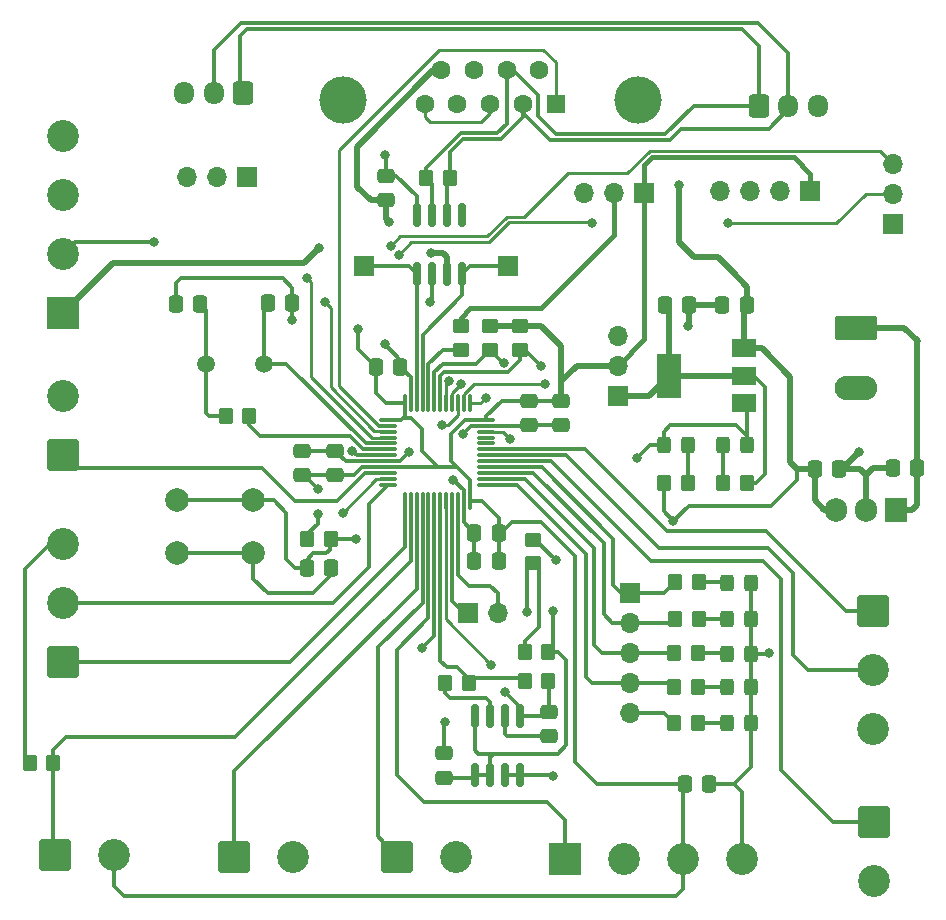
<source format=gbr>
%TF.GenerationSoftware,KiCad,Pcbnew,7.0.10-7.0.10~ubuntu20.04.1*%
%TF.CreationDate,2024-02-13T16:06:04+05:30*%
%TF.ProjectId,VCU,5643552e-6b69-4636-9164-5f7063625858,rev?*%
%TF.SameCoordinates,Original*%
%TF.FileFunction,Copper,L1,Top*%
%TF.FilePolarity,Positive*%
%FSLAX46Y46*%
G04 Gerber Fmt 4.6, Leading zero omitted, Abs format (unit mm)*
G04 Created by KiCad (PCBNEW 7.0.10-7.0.10~ubuntu20.04.1) date 2024-02-13 16:06:04*
%MOMM*%
%LPD*%
G01*
G04 APERTURE LIST*
G04 Aperture macros list*
%AMRoundRect*
0 Rectangle with rounded corners*
0 $1 Rounding radius*
0 $2 $3 $4 $5 $6 $7 $8 $9 X,Y pos of 4 corners*
0 Add a 4 corners polygon primitive as box body*
4,1,4,$2,$3,$4,$5,$6,$7,$8,$9,$2,$3,0*
0 Add four circle primitives for the rounded corners*
1,1,$1+$1,$2,$3*
1,1,$1+$1,$4,$5*
1,1,$1+$1,$6,$7*
1,1,$1+$1,$8,$9*
0 Add four rect primitives between the rounded corners*
20,1,$1+$1,$2,$3,$4,$5,0*
20,1,$1+$1,$4,$5,$6,$7,0*
20,1,$1+$1,$6,$7,$8,$9,0*
20,1,$1+$1,$8,$9,$2,$3,0*%
G04 Aperture macros list end*
%TA.AperFunction,SMDPad,CuDef*%
%ADD10RoundRect,0.250000X0.337500X0.475000X-0.337500X0.475000X-0.337500X-0.475000X0.337500X-0.475000X0*%
%TD*%
%TA.AperFunction,SMDPad,CuDef*%
%ADD11RoundRect,0.250000X-0.337500X-0.475000X0.337500X-0.475000X0.337500X0.475000X-0.337500X0.475000X0*%
%TD*%
%TA.AperFunction,ComponentPad*%
%ADD12R,1.700000X1.700000*%
%TD*%
%TA.AperFunction,ComponentPad*%
%ADD13O,1.700000X1.700000*%
%TD*%
%TA.AperFunction,SMDPad,CuDef*%
%ADD14RoundRect,0.250000X0.350000X0.450000X-0.350000X0.450000X-0.350000X-0.450000X0.350000X-0.450000X0*%
%TD*%
%TA.AperFunction,SMDPad,CuDef*%
%ADD15RoundRect,0.250000X0.475000X-0.337500X0.475000X0.337500X-0.475000X0.337500X-0.475000X-0.337500X0*%
%TD*%
%TA.AperFunction,SMDPad,CuDef*%
%ADD16RoundRect,0.250000X0.450000X-0.350000X0.450000X0.350000X-0.450000X0.350000X-0.450000X-0.350000X0*%
%TD*%
%TA.AperFunction,SMDPad,CuDef*%
%ADD17RoundRect,0.250000X-0.350000X-0.450000X0.350000X-0.450000X0.350000X0.450000X-0.350000X0.450000X0*%
%TD*%
%TA.AperFunction,ComponentPad*%
%ADD18RoundRect,0.250001X-1.099999X-1.099999X1.099999X-1.099999X1.099999X1.099999X-1.099999X1.099999X0*%
%TD*%
%TA.AperFunction,ComponentPad*%
%ADD19C,2.700000*%
%TD*%
%TA.AperFunction,ComponentPad*%
%ADD20RoundRect,0.250000X-0.600000X-0.725000X0.600000X-0.725000X0.600000X0.725000X-0.600000X0.725000X0*%
%TD*%
%TA.AperFunction,ComponentPad*%
%ADD21O,1.700000X1.950000*%
%TD*%
%TA.AperFunction,ComponentPad*%
%ADD22RoundRect,0.250001X1.099999X-1.099999X1.099999X1.099999X-1.099999X1.099999X-1.099999X-1.099999X0*%
%TD*%
%TA.AperFunction,SMDPad,CuDef*%
%ADD23R,2.000000X1.500000*%
%TD*%
%TA.AperFunction,SMDPad,CuDef*%
%ADD24R,2.000000X3.800000*%
%TD*%
%TA.AperFunction,SMDPad,CuDef*%
%ADD25RoundRect,0.250000X0.325000X0.450000X-0.325000X0.450000X-0.325000X-0.450000X0.325000X-0.450000X0*%
%TD*%
%TA.AperFunction,ComponentPad*%
%ADD26RoundRect,0.250001X-1.099999X1.099999X-1.099999X-1.099999X1.099999X-1.099999X1.099999X1.099999X0*%
%TD*%
%TA.AperFunction,SMDPad,CuDef*%
%ADD27RoundRect,0.150000X0.150000X-0.825000X0.150000X0.825000X-0.150000X0.825000X-0.150000X-0.825000X0*%
%TD*%
%TA.AperFunction,ComponentPad*%
%ADD28R,1.905000X2.000000*%
%TD*%
%TA.AperFunction,ComponentPad*%
%ADD29O,1.905000X2.000000*%
%TD*%
%TA.AperFunction,ComponentPad*%
%ADD30RoundRect,0.250000X0.600000X0.725000X-0.600000X0.725000X-0.600000X-0.725000X0.600000X-0.725000X0*%
%TD*%
%TA.AperFunction,SMDPad,CuDef*%
%ADD31RoundRect,0.075000X-0.662500X-0.075000X0.662500X-0.075000X0.662500X0.075000X-0.662500X0.075000X0*%
%TD*%
%TA.AperFunction,SMDPad,CuDef*%
%ADD32RoundRect,0.075000X-0.075000X-0.662500X0.075000X-0.662500X0.075000X0.662500X-0.075000X0.662500X0*%
%TD*%
%TA.AperFunction,ComponentPad*%
%ADD33C,2.000000*%
%TD*%
%TA.AperFunction,ComponentPad*%
%ADD34R,2.700000X2.700000*%
%TD*%
%TA.AperFunction,SMDPad,CuDef*%
%ADD35RoundRect,0.250000X-0.475000X0.337500X-0.475000X-0.337500X0.475000X-0.337500X0.475000X0.337500X0*%
%TD*%
%TA.AperFunction,SMDPad,CuDef*%
%ADD36RoundRect,0.250000X-0.450000X0.350000X-0.450000X-0.350000X0.450000X-0.350000X0.450000X0.350000X0*%
%TD*%
%TA.AperFunction,SMDPad,CuDef*%
%ADD37RoundRect,0.250000X-0.325000X-0.450000X0.325000X-0.450000X0.325000X0.450000X-0.325000X0.450000X0*%
%TD*%
%TA.AperFunction,ComponentPad*%
%ADD38C,4.000000*%
%TD*%
%TA.AperFunction,ComponentPad*%
%ADD39R,1.600000X1.600000*%
%TD*%
%TA.AperFunction,ComponentPad*%
%ADD40C,1.600000*%
%TD*%
%TA.AperFunction,ComponentPad*%
%ADD41RoundRect,0.249999X-1.550001X0.790001X-1.550001X-0.790001X1.550001X-0.790001X1.550001X0.790001X0*%
%TD*%
%TA.AperFunction,ComponentPad*%
%ADD42O,3.600000X2.080000*%
%TD*%
%TA.AperFunction,ComponentPad*%
%ADD43C,1.500000*%
%TD*%
%TA.AperFunction,ViaPad*%
%ADD44C,0.800000*%
%TD*%
%TA.AperFunction,Conductor*%
%ADD45C,0.300000*%
%TD*%
%TA.AperFunction,Conductor*%
%ADD46C,0.500000*%
%TD*%
%TA.AperFunction,Conductor*%
%ADD47C,0.250000*%
%TD*%
%TA.AperFunction,Conductor*%
%ADD48C,0.400000*%
%TD*%
G04 APERTURE END LIST*
D10*
%TO.P,C5,1*%
%TO.N,+3.3V*%
X133122500Y-97000250D03*
%TO.P,C5,2*%
%TO.N,GND*%
X131047500Y-97000250D03*
%TD*%
D11*
%TO.P,C13,1*%
%TO.N,Net-(C13-Pad1)*%
X147147500Y-77713250D03*
%TO.P,C13,2*%
%TO.N,GND*%
X149222500Y-77713250D03*
%TD*%
D12*
%TO.P,J7,1,Pin_1*%
%TO.N,/led1*%
X144235000Y-102113250D03*
D13*
%TO.P,J7,2,Pin_2*%
%TO.N,/led2*%
X144235000Y-104653250D03*
%TO.P,J7,3,Pin_3*%
%TO.N,/led3*%
X144235000Y-107193250D03*
%TO.P,J7,4,Pin_4*%
%TO.N,/led4*%
X144235000Y-109733250D03*
%TO.P,J7,5,Pin_5*%
%TO.N,/led5*%
X144235000Y-112273250D03*
%TD*%
D14*
%TO.P,R16,1*%
%TO.N,Net-(D7-Pad2)*%
X149085000Y-92813250D03*
%TO.P,R16,2*%
%TO.N,+5V*%
X147085000Y-92813250D03*
%TD*%
D15*
%TO.P,C15,1*%
%TO.N,Net-(C15-Pad1)*%
X137385000Y-114250750D03*
%TO.P,C15,2*%
%TO.N,GND*%
X137385000Y-112175750D03*
%TD*%
D14*
%TO.P,R10,1*%
%TO.N,Net-(D5-Pad2)*%
X149935000Y-113113250D03*
%TO.P,R10,2*%
%TO.N,/led5*%
X147935000Y-113113250D03*
%TD*%
D10*
%TO.P,C10,1*%
%TO.N,GND*%
X115622500Y-77543250D03*
%TO.P,C10,2*%
%TO.N,/OSC_IN*%
X113547500Y-77543250D03*
%TD*%
D16*
%TO.P,R3,1*%
%TO.N,/I2C_SDA*%
X132385000Y-81513250D03*
%TO.P,R3,2*%
%TO.N,+3.3V*%
X132385000Y-79513250D03*
%TD*%
D12*
%TO.P,J6,1,Pin_1*%
%TO.N,/SWO*%
X166485000Y-70838250D03*
D13*
%TO.P,J6,2,Pin_2*%
%TO.N,/spi1_miso*%
X166485000Y-68298250D03*
%TO.P,J6,3,Pin_3*%
%TO.N,/spi1_mosi*%
X166485000Y-65758250D03*
%TD*%
D17*
%TO.P,R17,1*%
%TO.N,Net-(R17-Pad1)*%
X128585000Y-109713250D03*
%TO.P,R17,2*%
%TO.N,/current_sense*%
X130585000Y-109713250D03*
%TD*%
D18*
%TO.P,J17,1,Pin_1*%
%TO.N,/thermistor*%
X95507500Y-124263250D03*
D19*
%TO.P,J17,2,Pin_2*%
%TO.N,+3.3V*%
X100507500Y-124263250D03*
%TD*%
D14*
%TO.P,R13,1*%
%TO.N,/thermistor*%
X95385000Y-116513250D03*
%TO.P,R13,2*%
%TO.N,GND*%
X93385000Y-116513250D03*
%TD*%
D11*
%TO.P,C1,1*%
%TO.N,/RESET*%
X116847500Y-100013250D03*
%TO.P,C1,2*%
%TO.N,GND*%
X118922500Y-100013250D03*
%TD*%
D20*
%TO.P,J10,1,Pin_1*%
%TO.N,/CAN_H+*%
X155125000Y-60897250D03*
D21*
%TO.P,J10,2,Pin_2*%
%TO.N,/CAN_L-*%
X157625000Y-60897250D03*
%TO.P,J10,3,Pin_3*%
%TO.N,GND*%
X160125000Y-60897250D03*
%TD*%
D22*
%TO.P,J18,1,Pin_1*%
%TO.N,/vesc1_Rx*%
X96235000Y-107940750D03*
D19*
%TO.P,J18,2,Pin_2*%
%TO.N,/vesc1_Tx*%
X96235000Y-102940750D03*
%TO.P,J18,3,Pin_3*%
%TO.N,GND*%
X96235000Y-97940750D03*
%TD*%
D14*
%TO.P,R9,1*%
%TO.N,Net-(D4-Pad2)*%
X149935000Y-110113250D03*
%TO.P,R9,2*%
%TO.N,/led4*%
X147935000Y-110113250D03*
%TD*%
D23*
%TO.P,U3,1,GND*%
%TO.N,GND*%
X153835000Y-86013250D03*
%TO.P,U3,2,VO*%
%TO.N,Net-(C13-Pad1)*%
X153835000Y-83713250D03*
D24*
X147535000Y-83713250D03*
D23*
%TO.P,U3,3,VI*%
%TO.N,+5V*%
X153835000Y-81413250D03*
%TD*%
D15*
%TO.P,C3,1*%
%TO.N,+3.3V*%
X119206500Y-92138250D03*
%TO.P,C3,2*%
%TO.N,GND*%
X119206500Y-90063250D03*
%TD*%
D17*
%TO.P,R12,1*%
%TO.N,Net-(D6-Pad2)*%
X152085000Y-92813250D03*
%TO.P,R12,2*%
%TO.N,Net-(C13-Pad1)*%
X154085000Y-92813250D03*
%TD*%
D10*
%TO.P,C17,1*%
%TO.N,+BATT*%
X168522500Y-91513250D03*
%TO.P,C17,2*%
%TO.N,GND*%
X166447500Y-91513250D03*
%TD*%
D25*
%TO.P,D4,1,K*%
%TO.N,GND*%
X154460000Y-110113250D03*
%TO.P,D4,2,A*%
%TO.N,Net-(D4-Pad2)*%
X152410000Y-110113250D03*
%TD*%
%TO.P,D3,1,K*%
%TO.N,GND*%
X154460000Y-107313250D03*
%TO.P,D3,2,A*%
%TO.N,Net-(D3-Pad2)*%
X152410000Y-107313250D03*
%TD*%
D15*
%TO.P,C7,1*%
%TO.N,+3.3V*%
X116412500Y-92138250D03*
%TO.P,C7,2*%
%TO.N,GND*%
X116412500Y-90063250D03*
%TD*%
D26*
%TO.P,J19,1,Pin_1*%
%TO.N,/vesc2_Rx*%
X164757000Y-103635750D03*
D19*
%TO.P,J19,2,Pin_2*%
%TO.N,/vesc2_Tx*%
X164757000Y-108635750D03*
%TO.P,J19,3,Pin_3*%
%TO.N,GND*%
X164757000Y-113635750D03*
%TD*%
D17*
%TO.P,R11,1*%
%TO.N,/CAN_H+*%
X126985000Y-67013250D03*
%TO.P,R11,2*%
%TO.N,/CAN_L-*%
X128985000Y-67013250D03*
%TD*%
D25*
%TO.P,D2,1,K*%
%TO.N,GND*%
X154460000Y-104313250D03*
%TO.P,D2,2,A*%
%TO.N,Net-(D2-Pad2)*%
X152410000Y-104313250D03*
%TD*%
D27*
%TO.P,U4,1,IP+*%
%TO.N,+5V*%
X131080000Y-117488250D03*
%TO.P,U4,2,IP+*%
X132350000Y-117488250D03*
%TO.P,U4,3,IP-*%
%TO.N,GND*%
X133620000Y-117488250D03*
%TO.P,U4,4,IP-*%
X134890000Y-117488250D03*
%TO.P,U4,5,GND*%
X134890000Y-112538250D03*
%TO.P,U4,6,FILTER*%
%TO.N,Net-(C15-Pad1)*%
X133620000Y-112538250D03*
%TO.P,U4,7,VIOUT*%
%TO.N,Net-(R17-Pad1)*%
X132350000Y-112538250D03*
%TO.P,U4,8,VCC*%
%TO.N,+5V*%
X131080000Y-112538250D03*
%TD*%
D28*
%TO.P,U5,1,VI*%
%TO.N,+BATT*%
X166725000Y-95068250D03*
D29*
%TO.P,U5,2,GND*%
%TO.N,GND*%
X164185000Y-95068250D03*
%TO.P,U5,3,VO*%
%TO.N,+5V*%
X161645000Y-95068250D03*
%TD*%
D12*
%TO.P,J14,1,Pin_1*%
%TO.N,Net-(C13-Pad1)*%
X143185000Y-85413250D03*
D13*
%TO.P,J14,2,Pin_2*%
%TO.N,+3.3V*%
X143185000Y-82873250D03*
%TO.P,J14,3,Pin_3*%
%TO.N,GND*%
X143185000Y-80333250D03*
%TD*%
D12*
%TO.P,J5,1,Pin_1*%
%TO.N,/c14*%
X111810000Y-66913250D03*
D13*
%TO.P,J5,2,Pin_2*%
%TO.N,/c15*%
X109270000Y-66913250D03*
%TO.P,J5,3,Pin_3*%
%TO.N,/a1*%
X106730000Y-66913250D03*
%TD*%
D11*
%TO.P,C16,1*%
%TO.N,+3.3V*%
X148870000Y-118263250D03*
%TO.P,C16,2*%
%TO.N,GND*%
X150945000Y-118263250D03*
%TD*%
D30*
%TO.P,J9,1,Pin_1*%
%TO.N,/CAN_H+*%
X111477000Y-59775250D03*
D21*
%TO.P,J9,2,Pin_2*%
%TO.N,/CAN_L-*%
X108977000Y-59775250D03*
%TO.P,J9,3,Pin_3*%
%TO.N,GND*%
X106477000Y-59775250D03*
%TD*%
D12*
%TO.P,J3,1,Pin_1*%
%TO.N,/CAN_Rx*%
X133850000Y-74438250D03*
%TD*%
D18*
%TO.P,J12,1,Pin_1*%
%TO.N,/pressure_sense_2*%
X110707500Y-124463250D03*
D19*
%TO.P,J12,2,Pin_2*%
%TO.N,GND*%
X115707500Y-124463250D03*
%TD*%
D31*
%TO.P,U1,1,VBAT*%
%TO.N,+3.3V*%
X123737500Y-87459250D03*
%TO.P,U1,2,PC13*%
%TO.N,/MVCU_HBT*%
X123737500Y-87959250D03*
%TO.P,U1,3,PC14*%
%TO.N,/c14*%
X123737500Y-88459250D03*
%TO.P,U1,4,PC15*%
%TO.N,/c15*%
X123737500Y-88959250D03*
%TO.P,U1,5,PD0*%
%TO.N,/OSC_IN*%
X123737500Y-89459250D03*
%TO.P,U1,6,PD1*%
%TO.N,/OSC_OUT*%
X123737500Y-89959250D03*
%TO.P,U1,7,NRST*%
%TO.N,/RESET*%
X123737500Y-90459250D03*
%TO.P,U1,8,VSSA*%
%TO.N,GND*%
X123737500Y-90959250D03*
%TO.P,U1,9,VDDA*%
%TO.N,+3.3V*%
X123737500Y-91459250D03*
%TO.P,U1,10,PA0*%
%TO.N,/brk_motor2*%
X123737500Y-91959250D03*
%TO.P,U1,11,PA1*%
%TO.N,/a1*%
X123737500Y-92459250D03*
%TO.P,U1,12,PA2*%
%TO.N,/vesc1_Tx*%
X123737500Y-92959250D03*
D32*
%TO.P,U1,13,PA3*%
%TO.N,/vesc1_Rx*%
X125150000Y-94371750D03*
%TO.P,U1,14,PA4*%
%TO.N,/thermistor*%
X125650000Y-94371750D03*
%TO.P,U1,15,PA5*%
%TO.N,/pressure_sense_2*%
X126150000Y-94371750D03*
%TO.P,U1,16,PA6*%
%TO.N,/pressure_sense_1*%
X126650000Y-94371750D03*
%TO.P,U1,17,PA7*%
%TO.N,/dist_adc*%
X127150000Y-94371750D03*
%TO.P,U1,18,PB0*%
%TO.N,/volt_measure*%
X127650000Y-94371750D03*
%TO.P,U1,19,PB1*%
%TO.N,/current_sense*%
X128150000Y-94371750D03*
%TO.P,U1,20,PB2*%
%TO.N,/led5*%
X128650000Y-94371750D03*
%TO.P,U1,21,PB10*%
%TO.N,/uart3_Tx*%
X129150000Y-94371750D03*
%TO.P,U1,22,PB11*%
%TO.N,/uart3_Rx*%
X129650000Y-94371750D03*
%TO.P,U1,23,VSS*%
%TO.N,GND*%
X130150000Y-94371750D03*
%TO.P,U1,24,VDD*%
%TO.N,+3.3V*%
X130650000Y-94371750D03*
D31*
%TO.P,U1,25,PB12*%
%TO.N,/led4*%
X132062500Y-92959250D03*
%TO.P,U1,26,PB13*%
%TO.N,/led3*%
X132062500Y-92459250D03*
%TO.P,U1,27,PB14*%
%TO.N,/led2*%
X132062500Y-91959250D03*
%TO.P,U1,28,PB15*%
%TO.N,/led1*%
X132062500Y-91459250D03*
%TO.P,U1,29,PA8*%
%TO.N,/brk_motor1*%
X132062500Y-90959250D03*
%TO.P,U1,30,PA9*%
%TO.N,/vesc2_Tx*%
X132062500Y-90459250D03*
%TO.P,U1,31,PA10*%
%TO.N,/vesc2_Rx*%
X132062500Y-89959250D03*
%TO.P,U1,32,PA11*%
%TO.N,unconnected-(U1-Pad32)*%
X132062500Y-89459250D03*
%TO.P,U1,33,PA12*%
%TO.N,unconnected-(U1-Pad33)*%
X132062500Y-88959250D03*
%TO.P,U1,34,PA13*%
%TO.N,/SWDIO*%
X132062500Y-88459250D03*
%TO.P,U1,35,VSS*%
%TO.N,GND*%
X132062500Y-87959250D03*
%TO.P,U1,36,VDD*%
%TO.N,+3.3V*%
X132062500Y-87459250D03*
D32*
%TO.P,U1,37,PA14*%
%TO.N,/SWCLK*%
X130650000Y-86046750D03*
%TO.P,U1,38,PA15*%
%TO.N,/VCU_HBT*%
X130150000Y-86046750D03*
%TO.P,U1,39,PB3*%
%TO.N,/SWO*%
X129650000Y-86046750D03*
%TO.P,U1,40,PB4*%
%TO.N,/spi1_miso*%
X129150000Y-86046750D03*
%TO.P,U1,41,PB5*%
%TO.N,/spi1_mosi*%
X128650000Y-86046750D03*
%TO.P,U1,42,PB6*%
%TO.N,/I2C_SCL*%
X128150000Y-86046750D03*
%TO.P,U1,43,PB7*%
%TO.N,/I2C_SDA*%
X127650000Y-86046750D03*
%TO.P,U1,44,BOOT0*%
%TO.N,/BOOT0*%
X127150000Y-86046750D03*
%TO.P,U1,45,PB8*%
%TO.N,/CAN_Rx*%
X126650000Y-86046750D03*
%TO.P,U1,46,PB9*%
%TO.N,/CAN_Tx*%
X126150000Y-86046750D03*
%TO.P,U1,47,VSS*%
%TO.N,GND*%
X125650000Y-86046750D03*
%TO.P,U1,48,VDD*%
%TO.N,+3.3V*%
X125150000Y-86046750D03*
%TD*%
D33*
%TO.P,SW1,1,1*%
%TO.N,GND*%
X112335000Y-98763250D03*
X105835000Y-98763250D03*
%TO.P,SW1,2,2*%
%TO.N,/RESET*%
X112335000Y-94263250D03*
X105835000Y-94263250D03*
%TD*%
D18*
%TO.P,J13,1,Pin_1*%
%TO.N,/pressure_sense_1*%
X124507500Y-124463250D03*
D19*
%TO.P,J13,2,Pin_2*%
%TO.N,GND*%
X129507500Y-124463250D03*
%TD*%
D14*
%TO.P,R6,1*%
%TO.N,Net-(D1-Pad2)*%
X150035000Y-101213250D03*
%TO.P,R6,2*%
%TO.N,/led1*%
X148035000Y-101213250D03*
%TD*%
D34*
%TO.P,J21,1,Pin_1*%
%TO.N,+5V*%
X96235000Y-78436750D03*
D19*
%TO.P,J21,2,Pin_2*%
%TO.N,+3.3V*%
X96235000Y-73436750D03*
%TO.P,J21,3,Pin_3*%
%TO.N,GND*%
X96235000Y-68436750D03*
%TO.P,J21,4,Pin_4*%
X96235000Y-63436750D03*
%TD*%
D15*
%TO.P,C14,1*%
%TO.N,+5V*%
X128485000Y-117750750D03*
%TO.P,C14,2*%
%TO.N,GND*%
X128485000Y-115675750D03*
%TD*%
D35*
%TO.P,C6,1*%
%TO.N,+3.3V*%
X138385000Y-85838250D03*
%TO.P,C6,2*%
%TO.N,GND*%
X138385000Y-87913250D03*
%TD*%
D12*
%TO.P,J22,1,Pin_1*%
%TO.N,/uart3_Tx*%
X130495000Y-103813250D03*
D13*
%TO.P,J22,2,Pin_2*%
%TO.N,/uart3_Rx*%
X133035000Y-103813250D03*
%TD*%
D14*
%TO.P,R14,1*%
%TO.N,+5V*%
X137285000Y-107113250D03*
%TO.P,R14,2*%
%TO.N,/volt_measure*%
X135285000Y-107113250D03*
%TD*%
D36*
%TO.P,R15,1*%
%TO.N,GND*%
X135985000Y-97613250D03*
%TO.P,R15,2*%
%TO.N,/volt_measure*%
X135985000Y-99613250D03*
%TD*%
D26*
%TO.P,J15,1,Pin_1*%
%TO.N,/brk_motor1*%
X164857000Y-121535750D03*
D19*
%TO.P,J15,2,Pin_2*%
%TO.N,GND*%
X164857000Y-126535750D03*
%TD*%
D12*
%TO.P,J1,1,Pin_1*%
%TO.N,+3.3V*%
X145410000Y-68213250D03*
D13*
%TO.P,J1,2,Pin_2*%
%TO.N,Net-(J1-Pad2)*%
X142870000Y-68213250D03*
%TO.P,J1,3,Pin_3*%
%TO.N,GND*%
X140330000Y-68213250D03*
%TD*%
D12*
%TO.P,J2,1,Pin_1*%
%TO.N,/CAN_Tx*%
X121685000Y-74438250D03*
%TD*%
D25*
%TO.P,D5,1,K*%
%TO.N,GND*%
X154460000Y-113113250D03*
%TO.P,D5,2,A*%
%TO.N,Net-(D5-Pad2)*%
X152410000Y-113113250D03*
%TD*%
%TO.P,3v3,1,K*%
%TO.N,GND*%
X154110000Y-89613250D03*
%TO.P,3v3,2,A*%
%TO.N,Net-(D6-Pad2)*%
X152060000Y-89613250D03*
%TD*%
D10*
%TO.P,C12,1*%
%TO.N,+5V*%
X154122500Y-77713250D03*
%TO.P,C12,2*%
%TO.N,GND*%
X152047500Y-77713250D03*
%TD*%
%TO.P,C8,1*%
%TO.N,Net-(C8-Pad1)*%
X107822500Y-77643250D03*
%TO.P,C8,2*%
%TO.N,GND*%
X105747500Y-77643250D03*
%TD*%
D16*
%TO.P,R2,1*%
%TO.N,/I2C_SCL*%
X134885000Y-81513250D03*
%TO.P,R2,2*%
%TO.N,+3.3V*%
X134885000Y-79513250D03*
%TD*%
D17*
%TO.P,R18,1*%
%TO.N,/current_sense*%
X135285000Y-109613250D03*
%TO.P,R18,2*%
%TO.N,GND*%
X137285000Y-109613250D03*
%TD*%
D25*
%TO.P,D1,1,K*%
%TO.N,GND*%
X154460000Y-101313250D03*
%TO.P,D1,2,A*%
%TO.N,Net-(D1-Pad2)*%
X152410000Y-101313250D03*
%TD*%
D27*
%TO.P,U2,1,TXD*%
%TO.N,/CAN_Tx*%
X126180000Y-75088250D03*
%TO.P,U2,2,VSS*%
%TO.N,GND*%
X127450000Y-75088250D03*
%TO.P,U2,3,VDD*%
%TO.N,+5V*%
X128720000Y-75088250D03*
%TO.P,U2,4,RXD*%
%TO.N,/CAN_Rx*%
X129990000Y-75088250D03*
%TO.P,U2,5,Vref*%
%TO.N,unconnected-(U2-Pad5)*%
X129990000Y-70138250D03*
%TO.P,U2,6,CANL*%
%TO.N,/CAN_L-*%
X128720000Y-70138250D03*
%TO.P,U2,7,CANH*%
%TO.N,/CAN_H+*%
X127450000Y-70138250D03*
%TO.P,U2,8,Rs*%
%TO.N,GND*%
X126180000Y-70138250D03*
%TD*%
D22*
%TO.P,J16,1,Pin_1*%
%TO.N,/brk_motor2*%
X96235000Y-90454750D03*
D19*
%TO.P,J16,2,Pin_2*%
%TO.N,GND*%
X96235000Y-85454750D03*
%TD*%
D37*
%TO.P,5V,1,K*%
%TO.N,GND*%
X147060000Y-89613250D03*
%TO.P,5V,2,A*%
%TO.N,Net-(D7-Pad2)*%
X149110000Y-89613250D03*
%TD*%
D34*
%TO.P,J20,1,Pin_1*%
%TO.N,/dist_adc*%
X138685000Y-124613250D03*
D19*
%TO.P,J20,2,Pin_2*%
%TO.N,/dist_Serial*%
X143685000Y-124613250D03*
%TO.P,J20,3,Pin_3*%
%TO.N,+3.3V*%
X148685000Y-124613250D03*
%TO.P,J20,4,Pin_4*%
%TO.N,GND*%
X153685000Y-124613250D03*
%TD*%
D11*
%TO.P,C18,1*%
%TO.N,+5V*%
X159847500Y-91613250D03*
%TO.P,C18,2*%
%TO.N,GND*%
X161922500Y-91613250D03*
%TD*%
%TO.P,C2,1*%
%TO.N,+3.3V*%
X122671500Y-82970250D03*
%TO.P,C2,2*%
%TO.N,GND*%
X124746500Y-82970250D03*
%TD*%
D36*
%TO.P,R4,1*%
%TO.N,Net-(J1-Pad2)*%
X129885000Y-79513250D03*
%TO.P,R4,2*%
%TO.N,/BOOT0*%
X129885000Y-81513250D03*
%TD*%
D35*
%TO.P,C4,1*%
%TO.N,+3.3V*%
X135674000Y-85838250D03*
%TO.P,C4,2*%
%TO.N,GND*%
X135674000Y-87913250D03*
%TD*%
D38*
%TO.P,J11,0,PAD*%
%TO.N,GND*%
X144880000Y-60388250D03*
X119880000Y-60388250D03*
D39*
%TO.P,J11,1,1*%
%TO.N,/MVCU_HBT*%
X137920000Y-60688250D03*
D40*
%TO.P,J11,2,2*%
%TO.N,/CAN_L-*%
X135150000Y-60688250D03*
%TO.P,J11,3,3*%
%TO.N,GND*%
X132380000Y-60688250D03*
%TO.P,J11,4,4*%
%TO.N,/I2C_SCL*%
X129610000Y-60688250D03*
%TO.P,J11,5,5*%
%TO.N,GND*%
X126840000Y-60688250D03*
%TO.P,J11,6,6*%
%TO.N,/VCU_HBT*%
X136535000Y-57848250D03*
%TO.P,J11,7,7*%
%TO.N,/CAN_H+*%
X133765000Y-57848250D03*
%TO.P,J11,8,8*%
%TO.N,/I2C_SDA*%
X130995000Y-57848250D03*
%TO.P,J11,9,9*%
%TO.N,+5V*%
X128225000Y-57848250D03*
%TD*%
D14*
%TO.P,R5,1*%
%TO.N,/OSC_OUT*%
X111985000Y-87113250D03*
%TO.P,R5,2*%
%TO.N,Net-(C8-Pad1)*%
X109985000Y-87113250D03*
%TD*%
%TO.P,R7,1*%
%TO.N,Net-(D2-Pad2)*%
X150035000Y-104313250D03*
%TO.P,R7,2*%
%TO.N,/led2*%
X148035000Y-104313250D03*
%TD*%
D10*
%TO.P,C9,1*%
%TO.N,+3.3V*%
X133122500Y-99413250D03*
%TO.P,C9,2*%
%TO.N,GND*%
X131047500Y-99413250D03*
%TD*%
D41*
%TO.P,J8,1,Pin_1*%
%TO.N,+BATT*%
X163362500Y-79673250D03*
D42*
%TO.P,J8,2,Pin_2*%
%TO.N,GND*%
X163362500Y-84753250D03*
%TD*%
D35*
%TO.P,C11,1*%
%TO.N,GND*%
X123550000Y-66800750D03*
%TO.P,C11,2*%
%TO.N,+5V*%
X123550000Y-68875750D03*
%TD*%
D17*
%TO.P,R1,1*%
%TO.N,+3.3V*%
X116885000Y-97513250D03*
%TO.P,R1,2*%
%TO.N,/RESET*%
X118885000Y-97513250D03*
%TD*%
D12*
%TO.P,J4,1,Pin_1*%
%TO.N,+3.3V*%
X159485000Y-68113250D03*
D13*
%TO.P,J4,2,Pin_2*%
%TO.N,/SWDIO*%
X156945000Y-68113250D03*
%TO.P,J4,3,Pin_3*%
%TO.N,/SWCLK*%
X154405000Y-68113250D03*
%TO.P,J4,4,Pin_4*%
%TO.N,GND*%
X151865000Y-68113250D03*
%TD*%
D14*
%TO.P,R8,1*%
%TO.N,Net-(D3-Pad2)*%
X149935000Y-107213250D03*
%TO.P,R8,2*%
%TO.N,/led3*%
X147935000Y-107213250D03*
%TD*%
D43*
%TO.P,Y1,1,1*%
%TO.N,Net-(C8-Pad1)*%
X108335000Y-82713250D03*
%TO.P,Y1,2,2*%
%TO.N,/OSC_IN*%
X113215000Y-82713250D03*
%TD*%
D44*
%TO.N,/RESET*%
X120703919Y-90092123D03*
X120985000Y-97513250D03*
%TO.N,GND*%
X115581000Y-79033250D03*
X128535000Y-113069250D03*
X137679000Y-117641250D03*
X133615000Y-110529250D03*
X144791000Y-90717250D03*
X127265000Y-77509250D03*
X137933000Y-99353250D03*
X123455000Y-81065250D03*
X149109000Y-79541250D03*
X130059000Y-88685250D03*
X125485000Y-90209250D03*
X129250399Y-92538603D03*
X123455000Y-65063250D03*
X163587000Y-90209250D03*
X155967000Y-107227250D03*
%TO.N,+3.3V*%
X117785000Y-93313250D03*
X117785000Y-95413250D03*
X103897000Y-72429250D03*
X121169000Y-79795250D03*
%TO.N,+5V*%
X117867000Y-72937250D03*
X123785000Y-70713250D03*
X147885000Y-96013250D03*
X148347000Y-67603250D03*
X137685000Y-103613250D03*
X127335500Y-73313250D03*
%TO.N,/SWDIO*%
X134085000Y-89113250D03*
%TO.N,/SWCLK*%
X131985000Y-85613250D03*
%TO.N,/c14*%
X118375000Y-77509250D03*
%TO.N,/c15*%
X116851000Y-75477250D03*
%TO.N,/a1*%
X119885000Y-95313250D03*
%TO.N,/SWO*%
X128281000Y-87923250D03*
%TO.N,/spi1_miso*%
X152485000Y-70813250D03*
X140985000Y-70813250D03*
X124635468Y-73472129D03*
X129885000Y-84413250D03*
%TO.N,/spi1_mosi*%
X123985000Y-72713250D03*
X128899500Y-84162750D03*
%TO.N,/led5*%
X132485000Y-108213250D03*
%TO.N,/I2C_SCL*%
X136685000Y-82913250D03*
%TO.N,/VCU_HBT*%
X136985000Y-84413250D03*
%TO.N,/I2C_SDA*%
X133585000Y-82613250D03*
%TO.N,/volt_measure*%
X126585000Y-106813250D03*
X135485000Y-103713250D03*
%TD*%
D45*
%TO.N,/RESET*%
X114035000Y-94263250D02*
X115085000Y-95313250D01*
X115085000Y-99213250D02*
X115885000Y-100013250D01*
X112335000Y-94263250D02*
X114035000Y-94263250D01*
X115922500Y-100013250D02*
X116847500Y-100013250D01*
X117385750Y-98750000D02*
X118475000Y-98750000D01*
X105835000Y-94263250D02*
X112335000Y-94263250D01*
X121071046Y-90459250D02*
X123737500Y-90459250D01*
X116847500Y-99288250D02*
X117385750Y-98750000D01*
X120985000Y-97513250D02*
X118885000Y-97513250D01*
X116847500Y-100013250D02*
X116847500Y-99288250D01*
X115085000Y-95313250D02*
X115085000Y-99213250D01*
X120703919Y-90092123D02*
X121071046Y-90459250D01*
X118475000Y-98750000D02*
X118775000Y-98450000D01*
X118775000Y-98450000D02*
X118775000Y-97623250D01*
%TO.N,GND*%
X105747500Y-77643250D02*
X105747500Y-75912750D01*
X126180000Y-68550250D02*
X126180000Y-70138250D01*
X115622500Y-78991750D02*
X115581000Y-79033250D01*
X153007500Y-118263250D02*
X153685000Y-118940750D01*
X119235000Y-90063250D02*
X120131000Y-90959250D01*
X130785000Y-87959250D02*
X130059000Y-88685250D01*
X154460000Y-101313250D02*
X154460000Y-104313250D01*
D46*
X164785000Y-91513250D02*
X166447500Y-91513250D01*
D45*
X131047500Y-97000250D02*
X131047500Y-99413250D01*
D47*
X126840000Y-61844250D02*
X127265000Y-62269250D01*
D45*
X132062500Y-87959250D02*
X130785000Y-87959250D01*
X153173000Y-87923250D02*
X154110000Y-88860250D01*
D46*
X163685000Y-91613250D02*
X164185000Y-92113250D01*
D45*
X119206500Y-90063250D02*
X119235000Y-90063250D01*
X137385000Y-109713250D02*
X137285000Y-109613250D01*
X125485000Y-90209250D02*
X124735000Y-90959250D01*
X137526000Y-117488250D02*
X137679000Y-117641250D01*
X153835000Y-86013250D02*
X154110000Y-86288250D01*
D47*
X126840000Y-60688250D02*
X126840000Y-61844250D01*
X131583000Y-62269250D02*
X132380000Y-61472250D01*
D46*
X149222500Y-79427750D02*
X149109000Y-79541250D01*
D45*
X154110000Y-88860250D02*
X154110000Y-89613250D01*
X128485000Y-115675750D02*
X128485000Y-113119250D01*
X127450000Y-77324250D02*
X127265000Y-77509250D01*
X132062500Y-87959250D02*
X135628000Y-87959250D01*
D46*
X162183000Y-91613250D02*
X163587000Y-90209250D01*
D45*
X95149500Y-97940750D02*
X96235000Y-97940750D01*
X118922500Y-100013250D02*
X118922500Y-100583750D01*
X154460000Y-107313250D02*
X155881000Y-107313250D01*
X135628000Y-87959250D02*
X135674000Y-87913250D01*
X130150000Y-94371750D02*
X130150000Y-93438204D01*
X124735000Y-90959250D02*
X123737500Y-90959250D01*
X125650000Y-86046750D02*
X125650000Y-83873750D01*
X114819000Y-75477250D02*
X115622500Y-76280750D01*
X130150000Y-96102750D02*
X131047500Y-97000250D01*
X113549000Y-102147250D02*
X112335000Y-100933250D01*
X123550000Y-65158250D02*
X123455000Y-65063250D01*
X134890000Y-112538250D02*
X137022500Y-112538250D01*
X127450000Y-75088250D02*
X127450000Y-77324250D01*
D46*
X164185000Y-95068250D02*
X164185000Y-92113250D01*
D47*
X127265000Y-62269250D02*
X131583000Y-62269250D01*
D45*
X147060000Y-89613250D02*
X147060000Y-88448250D01*
X93385000Y-116513250D02*
X92975000Y-116103250D01*
X135985000Y-97613250D02*
X136193000Y-97613250D01*
X106183000Y-75477250D02*
X114819000Y-75477250D01*
X154460000Y-113113250D02*
X154460000Y-116862250D01*
X105835000Y-98763250D02*
X112335000Y-98763250D01*
X147060000Y-89613250D02*
X145895000Y-89613250D01*
X92975000Y-116103250D02*
X92975000Y-100115250D01*
X115622500Y-77543250D02*
X115622500Y-78991750D01*
X120131000Y-90959250D02*
X123737500Y-90959250D01*
X92975000Y-100115250D02*
X95149500Y-97940750D01*
X123550000Y-66800750D02*
X124430500Y-66800750D01*
X155881000Y-107313250D02*
X155967000Y-107227250D01*
X133620000Y-117488250D02*
X134890000Y-117488250D01*
X123550000Y-66800750D02*
X123550000Y-65158250D01*
X154460000Y-116862250D02*
X153059000Y-118263250D01*
X153059000Y-118263250D02*
X152043000Y-118263250D01*
X130150000Y-94371750D02*
X130150000Y-96102750D01*
X137385000Y-112175750D02*
X137385000Y-109713250D01*
X154460000Y-107313250D02*
X154460000Y-104313250D01*
X115622500Y-76280750D02*
X115622500Y-77543250D01*
X130150000Y-93438204D02*
X129250399Y-92538603D01*
X136193000Y-97613250D02*
X137933000Y-99353250D01*
X154460000Y-113113250D02*
X154460000Y-110113250D01*
X124746500Y-82970250D02*
X124746500Y-82356750D01*
X112335000Y-100933250D02*
X112335000Y-98763250D01*
X125650000Y-83873750D02*
X124746500Y-82970250D01*
X135674000Y-87913250D02*
X138385000Y-87913250D01*
X150945000Y-118263250D02*
X152043000Y-118263250D01*
X134890000Y-111804250D02*
X133615000Y-110529250D01*
D47*
X132380000Y-61472250D02*
X132380000Y-60688250D01*
D45*
X124746500Y-82356750D02*
X123455000Y-81065250D01*
X118922500Y-100583750D02*
X117359000Y-102147250D01*
D46*
X164185000Y-92113250D02*
X164785000Y-91513250D01*
D45*
X134890000Y-117488250D02*
X137526000Y-117488250D01*
X154460000Y-110113250D02*
X154460000Y-107313250D01*
X124430500Y-66800750D02*
X126180000Y-68550250D01*
D46*
X161922500Y-91613250D02*
X163685000Y-91613250D01*
D45*
X147585000Y-87923250D02*
X153173000Y-87923250D01*
X154110000Y-86288250D02*
X154110000Y-89613250D01*
X153685000Y-118940750D02*
X153685000Y-124613250D01*
X147060000Y-88448250D02*
X147585000Y-87923250D01*
D46*
X161922500Y-91613250D02*
X162183000Y-91613250D01*
X149222500Y-77713250D02*
X152047500Y-77713250D01*
D45*
X117359000Y-102147250D02*
X113549000Y-102147250D01*
X137022500Y-112538250D02*
X137385000Y-112175750D01*
X105747500Y-75912750D02*
X106183000Y-75477250D01*
X134890000Y-112538250D02*
X134890000Y-111804250D01*
X128485000Y-113119250D02*
X128535000Y-113069250D01*
X152043000Y-118263250D02*
X153007500Y-118263250D01*
X116412500Y-90063250D02*
X119206500Y-90063250D01*
X145895000Y-89613250D02*
X144791000Y-90717250D01*
D46*
X149222500Y-77713250D02*
X149222500Y-79427750D01*
D45*
%TO.N,+3.3V*%
X148685000Y-124613250D02*
X148685000Y-127209250D01*
D46*
X134885000Y-79513250D02*
X136685000Y-79513250D01*
D45*
X122671500Y-85199750D02*
X122671500Y-82970250D01*
X133360000Y-85838250D02*
X135674000Y-85838250D01*
X130224339Y-87459250D02*
X129043000Y-88640589D01*
X148685000Y-118448250D02*
X148870000Y-118263250D01*
X122671500Y-82970250D02*
X121169000Y-81467750D01*
X141435000Y-118263250D02*
X148870000Y-118263250D01*
D48*
X146085000Y-65213250D02*
X158085000Y-65213250D01*
D45*
X148685000Y-127209250D02*
X148093000Y-127801250D01*
D48*
X158085000Y-65213250D02*
X159485000Y-66613250D01*
D45*
X117785000Y-93313250D02*
X116610000Y-92138250D01*
X129043000Y-90971250D02*
X129985000Y-91913250D01*
X103897000Y-72429250D02*
X97242500Y-72429250D01*
X136685000Y-96113250D02*
X139585000Y-99013250D01*
X133122500Y-95850750D02*
X133122500Y-97000250D01*
X120860000Y-92138250D02*
X121539000Y-91459250D01*
X121169000Y-81467750D02*
X121169000Y-79795250D01*
X116610000Y-92138250D02*
X116412500Y-92138250D01*
X125150000Y-86046750D02*
X123518500Y-86046750D01*
X117785000Y-96244500D02*
X116885000Y-97144500D01*
X119206500Y-92138250D02*
X120860000Y-92138250D01*
X127931000Y-91459250D02*
X126585000Y-90113250D01*
X139585000Y-116413250D02*
X141435000Y-118263250D01*
X97242500Y-72429250D02*
X96235000Y-73436750D01*
D48*
X145410000Y-68213250D02*
X145410000Y-65938250D01*
D45*
X148093000Y-127801250D02*
X101357000Y-127801250D01*
D46*
X136685000Y-79513250D02*
X138385000Y-81213250D01*
X138385000Y-84213250D02*
X138385000Y-84513250D01*
D45*
X148685000Y-124613250D02*
X148685000Y-118448250D01*
X123518500Y-86046750D02*
X122671500Y-85199750D01*
X117785000Y-95413250D02*
X117785000Y-96244500D01*
X126585000Y-88213250D02*
X125685000Y-87313250D01*
X124839000Y-87459250D02*
X123737500Y-87459250D01*
X134185000Y-96113250D02*
X136685000Y-96113250D01*
X130059000Y-91987250D02*
X130650000Y-92578250D01*
X132062500Y-87459250D02*
X132062500Y-87135750D01*
X125150000Y-86046750D02*
X125150000Y-87148250D01*
X131643500Y-94371750D02*
X133085000Y-95813250D01*
D48*
X145410000Y-68213250D02*
X145410000Y-80648250D01*
D45*
X100507500Y-126951750D02*
X100507500Y-124263250D01*
D48*
X159485000Y-66613250D02*
X159485000Y-68113250D01*
D45*
X127931000Y-91459250D02*
X129531000Y-91459250D01*
D48*
X145410000Y-80648250D02*
X143185000Y-82873250D01*
D45*
X133122500Y-99413250D02*
X133122500Y-97000250D01*
X121539000Y-91459250D02*
X123737500Y-91459250D01*
X124985000Y-87313250D02*
X124839000Y-87459250D01*
X133122500Y-97000250D02*
X133298000Y-97000250D01*
X125685000Y-87313250D02*
X124985000Y-87313250D01*
D46*
X138385000Y-81213250D02*
X138385000Y-85838250D01*
X132385000Y-79513250D02*
X134885000Y-79513250D01*
D45*
X125150000Y-87148250D02*
X124985000Y-87313250D01*
X132062500Y-87135750D02*
X133360000Y-85838250D01*
X132062500Y-87459250D02*
X130224339Y-87459250D01*
X135674000Y-85838250D02*
X138385000Y-85838250D01*
X138385000Y-85838250D02*
X138385000Y-84513250D01*
X138385000Y-84513250D02*
X138385000Y-84313250D01*
X133298000Y-97000250D02*
X134185000Y-96113250D01*
D48*
X145385000Y-65913250D02*
X146085000Y-65213250D01*
D46*
X143185000Y-82873250D02*
X139725000Y-82873250D01*
D45*
X101357000Y-127801250D02*
X100507500Y-126951750D01*
X130650000Y-94371750D02*
X131643500Y-94371750D01*
X139585000Y-99013250D02*
X139585000Y-116413250D01*
X123737500Y-91459250D02*
X127931000Y-91459250D01*
X126585000Y-90113250D02*
X126585000Y-88213250D01*
D48*
X145410000Y-65938250D02*
X145385000Y-65913250D01*
D45*
X129043000Y-88640589D02*
X129043000Y-90971250D01*
X130650000Y-92578250D02*
X130650000Y-94371750D01*
D46*
X139725000Y-82873250D02*
X138385000Y-84213250D01*
D45*
X116412500Y-92138250D02*
X119206500Y-92138250D01*
%TO.N,Net-(C8-Pad1)*%
X107822500Y-77643250D02*
X108335000Y-78155750D01*
X108335000Y-78155750D02*
X108335000Y-82713250D01*
X108585000Y-87113250D02*
X108335000Y-86863250D01*
X108335000Y-86863250D02*
X108335000Y-82713250D01*
X109985000Y-87113250D02*
X108585000Y-87113250D01*
%TO.N,/OSC_IN*%
X113215000Y-77875750D02*
X113215000Y-82713250D01*
X113547500Y-77543250D02*
X113215000Y-77875750D01*
X121838106Y-89459250D02*
X115092106Y-82713250D01*
X115092106Y-82713250D02*
X113215000Y-82713250D01*
X123737500Y-89459250D02*
X121838106Y-89459250D01*
D46*
%TO.N,+5V*%
X153835000Y-81413250D02*
X155385000Y-81413250D01*
X157785000Y-91013250D02*
X158385000Y-91613250D01*
D45*
X131080000Y-115408250D02*
X131080000Y-112538250D01*
D46*
X128720000Y-73648250D02*
X128720000Y-75088250D01*
X151649000Y-73699250D02*
X149617000Y-73699250D01*
D45*
X130817500Y-117750750D02*
X131080000Y-117488250D01*
D46*
X153835000Y-81413250D02*
X153835000Y-78000750D01*
D45*
X147885000Y-96013250D02*
X147085000Y-95213250D01*
X138785000Y-107813250D02*
X138785000Y-115013250D01*
X137685000Y-106713250D02*
X137285000Y-107113250D01*
D46*
X128385000Y-73313250D02*
X128720000Y-73648250D01*
D45*
X138085000Y-107113250D02*
X138785000Y-107813250D01*
X131385000Y-115713250D02*
X131080000Y-115408250D01*
X128485000Y-117750750D02*
X130817500Y-117750750D01*
X147885000Y-96013250D02*
X149185000Y-94713250D01*
X138785000Y-115013250D02*
X138085000Y-115713250D01*
D46*
X155385000Y-81413250D02*
X157785000Y-83813250D01*
X158385000Y-91613250D02*
X159847500Y-91613250D01*
X123550000Y-70478250D02*
X123785000Y-70713250D01*
X157785000Y-83813250D02*
X157785000Y-91013250D01*
X117867000Y-72937250D02*
X116597000Y-74207250D01*
X160640000Y-95068250D02*
X161645000Y-95068250D01*
X116597000Y-74207250D02*
X100464500Y-74207250D01*
X153835000Y-78000750D02*
X154122500Y-77713250D01*
D45*
X132685000Y-115713250D02*
X131385000Y-115713250D01*
D46*
X154122500Y-77713250D02*
X154122500Y-76172750D01*
D45*
X149185000Y-94713250D02*
X156185000Y-94713250D01*
D46*
X123550000Y-68875750D02*
X123550000Y-70478250D01*
X149617000Y-73699250D02*
X148347000Y-72429250D01*
D45*
X132685000Y-115713250D02*
X132350000Y-116048250D01*
X138085000Y-115713250D02*
X132685000Y-115713250D01*
X147085000Y-95213250D02*
X147085000Y-92813250D01*
D46*
X154122500Y-76172750D02*
X152919000Y-74969250D01*
D45*
X131080000Y-117488250D02*
X132350000Y-117488250D01*
D46*
X127335500Y-73313250D02*
X128385000Y-73313250D01*
X100464500Y-74207250D02*
X96235000Y-78436750D01*
D45*
X156185000Y-94713250D02*
X158385000Y-92513250D01*
D46*
X159847500Y-91613250D02*
X159847500Y-94275750D01*
X152919000Y-74969250D02*
X151649000Y-73699250D01*
D45*
X137285000Y-107113250D02*
X138085000Y-107113250D01*
X137685000Y-103613250D02*
X137685000Y-106713250D01*
D46*
X122247500Y-68875750D02*
X123550000Y-68875750D01*
X121085000Y-67713250D02*
X122247500Y-68875750D01*
X159847500Y-94275750D02*
X160640000Y-95068250D01*
X148347000Y-72429250D02*
X148347000Y-67603250D01*
X121085000Y-64340000D02*
X121085000Y-67713250D01*
D45*
X158385000Y-92513250D02*
X158385000Y-91613250D01*
D46*
X128225000Y-57848250D02*
X127576750Y-57848250D01*
X127576750Y-57848250D02*
X121085000Y-64340000D01*
D45*
X132350000Y-116048250D02*
X132350000Y-117488250D01*
D46*
%TO.N,Net-(C13-Pad1)*%
X145835000Y-85413250D02*
X147535000Y-83713250D01*
D45*
X154685000Y-83713250D02*
X153835000Y-83713250D01*
X154885000Y-92813250D02*
X155685000Y-92013250D01*
X155685000Y-92013250D02*
X155685000Y-84713250D01*
D46*
X147535000Y-83713250D02*
X153835000Y-83713250D01*
D45*
X154085000Y-92813250D02*
X154885000Y-92813250D01*
D46*
X147535000Y-83713250D02*
X147535000Y-78100750D01*
X143185000Y-85413250D02*
X145835000Y-85413250D01*
D45*
X155685000Y-84713250D02*
X154685000Y-83713250D01*
D46*
X147535000Y-78100750D02*
X147147500Y-77713250D01*
D45*
%TO.N,Net-(C15-Pad1)*%
X133620000Y-114048250D02*
X133822500Y-114250750D01*
X133822500Y-114250750D02*
X137385000Y-114250750D01*
X133620000Y-112538250D02*
X133620000Y-114048250D01*
%TO.N,Net-(D1-Pad2)*%
X152310000Y-101213250D02*
X152410000Y-101313250D01*
X150035000Y-101213250D02*
X152310000Y-101213250D01*
%TO.N,Net-(D2-Pad2)*%
X150035000Y-104313250D02*
X152410000Y-104313250D01*
%TO.N,Net-(D3-Pad2)*%
X149935000Y-107213250D02*
X152310000Y-107213250D01*
X152310000Y-107213250D02*
X152410000Y-107313250D01*
%TO.N,Net-(D4-Pad2)*%
X149935000Y-110113250D02*
X152410000Y-110113250D01*
%TO.N,Net-(D5-Pad2)*%
X149935000Y-113113250D02*
X152410000Y-113113250D01*
%TO.N,Net-(D6-Pad2)*%
X152085000Y-92813250D02*
X152085000Y-89638250D01*
X152085000Y-89638250D02*
X152060000Y-89613250D01*
D48*
%TO.N,Net-(J1-Pad2)*%
X130685000Y-78013250D02*
X129885000Y-78813250D01*
X142870000Y-68213250D02*
X142870000Y-71828250D01*
X142870000Y-71828250D02*
X136685000Y-78013250D01*
X129885000Y-78813250D02*
X129885000Y-79513250D01*
X136685000Y-78013250D02*
X130685000Y-78013250D01*
D45*
%TO.N,/CAN_Tx*%
X126150000Y-86046750D02*
X126150000Y-75158250D01*
X121685000Y-74438250D02*
X125530000Y-74438250D01*
X125530000Y-74438250D02*
X126180000Y-75088250D01*
%TO.N,/CAN_Rx*%
X129990000Y-76908250D02*
X129990000Y-75088250D01*
X130640000Y-74438250D02*
X133850000Y-74438250D01*
X126650000Y-86046750D02*
X126650000Y-80248250D01*
X129990000Y-75088250D02*
X130640000Y-74438250D01*
X126650000Y-80248250D02*
X129990000Y-76908250D01*
D47*
%TO.N,/SWDIO*%
X132062500Y-88459250D02*
X133431000Y-88459250D01*
X133431000Y-88459250D02*
X134085000Y-89113250D01*
%TO.N,/SWCLK*%
X131551500Y-86046750D02*
X131985000Y-85613250D01*
X130650000Y-86046750D02*
X131551500Y-86046750D01*
%TO.N,/c14*%
X118375000Y-77509250D02*
X118860500Y-77994750D01*
X123712500Y-88434250D02*
X123737500Y-88459250D01*
X122573060Y-88434250D02*
X123712500Y-88434250D01*
X118860500Y-77994750D02*
X118860500Y-84721690D01*
X118860500Y-84721690D02*
X122573060Y-88434250D01*
%TO.N,/c15*%
X116851000Y-75477250D02*
X117185000Y-75811250D01*
X122331000Y-88959250D02*
X123737500Y-88959250D01*
X117185000Y-83813250D02*
X122331000Y-88959250D01*
X117185000Y-75811250D02*
X117185000Y-83813250D01*
%TO.N,/a1*%
X123737500Y-92459250D02*
X122739000Y-92459250D01*
X122739000Y-92459250D02*
X119885000Y-95313250D01*
%TO.N,/SWO*%
X129650000Y-86046750D02*
X129650000Y-87062250D01*
X129650000Y-87062250D02*
X129297000Y-87415250D01*
X128789000Y-87923250D02*
X128281000Y-87923250D01*
X129297000Y-87415250D02*
X128789000Y-87923250D01*
%TO.N,/spi1_miso*%
X124635468Y-73472129D02*
X125694347Y-72413250D01*
X125694347Y-72413250D02*
X132285000Y-72413250D01*
X152485000Y-70813250D02*
X161685000Y-70813250D01*
X129150000Y-85148250D02*
X129885000Y-84413250D01*
X140885000Y-70713250D02*
X140985000Y-70813250D01*
X132285000Y-72413250D02*
X133985000Y-70713250D01*
X164200000Y-68298250D02*
X166485000Y-68298250D01*
X133985000Y-70713250D02*
X140885000Y-70713250D01*
X161685000Y-70813250D02*
X164200000Y-68298250D01*
X129150000Y-86046750D02*
X129150000Y-85148250D01*
%TO.N,/spi1_mosi*%
X128650000Y-84412250D02*
X128650000Y-86046750D01*
X124785000Y-71913250D02*
X132148604Y-71913250D01*
X128899500Y-84162750D02*
X128650000Y-84412250D01*
X132148604Y-71913250D02*
X133798604Y-70263250D01*
X165415000Y-64688250D02*
X166485000Y-65758250D01*
X123985000Y-72713250D02*
X124785000Y-71913250D01*
X133798604Y-70263250D02*
X135273000Y-70263250D01*
X143968538Y-66587250D02*
X145867538Y-64688250D01*
X145867538Y-64688250D02*
X165415000Y-64688250D01*
X135273000Y-70263250D02*
X138949000Y-66587250D01*
X138949000Y-66587250D02*
X143968538Y-66587250D01*
D45*
%TO.N,/led1*%
X147135000Y-102113250D02*
X148035000Y-101213250D01*
X142785000Y-97513250D02*
X142785000Y-101413250D01*
X136731000Y-91459250D02*
X142785000Y-97513250D01*
X142785000Y-101413250D02*
X143485000Y-102113250D01*
X144235000Y-102113250D02*
X147135000Y-102113250D01*
X132062500Y-91459250D02*
X136731000Y-91459250D01*
X143485000Y-102113250D02*
X144235000Y-102113250D01*
%TO.N,/led2*%
X144235000Y-104653250D02*
X147695000Y-104653250D01*
X142725000Y-104653250D02*
X144235000Y-104653250D01*
X132062500Y-91959250D02*
X136031000Y-91959250D01*
X136031000Y-91959250D02*
X141985000Y-97913250D01*
X141985000Y-103913250D02*
X142725000Y-104653250D01*
X147695000Y-104653250D02*
X148035000Y-104313250D01*
X141985000Y-97913250D02*
X141985000Y-103913250D01*
%TO.N,/led3*%
X135331000Y-92459250D02*
X141185000Y-98313250D01*
X141185000Y-98313250D02*
X141185000Y-106513250D01*
X141865000Y-107193250D02*
X144235000Y-107193250D01*
X147915000Y-107193250D02*
X147935000Y-107213250D01*
X132062500Y-92459250D02*
X135331000Y-92459250D01*
X141185000Y-106513250D02*
X141865000Y-107193250D01*
X144235000Y-107193250D02*
X147915000Y-107193250D01*
%TO.N,/led4*%
X140485000Y-109213250D02*
X141005000Y-109733250D01*
X134631000Y-92959250D02*
X140485000Y-98813250D01*
X140485000Y-98813250D02*
X140485000Y-109213250D01*
X144235000Y-109733250D02*
X147555000Y-109733250D01*
X132062500Y-92959250D02*
X134631000Y-92959250D01*
X141005000Y-109733250D02*
X144235000Y-109733250D01*
X147555000Y-109733250D02*
X147935000Y-110113250D01*
D47*
%TO.N,/led5*%
X128625000Y-94396750D02*
X128625000Y-104353250D01*
X128625000Y-104353250D02*
X132485000Y-108213250D01*
X128650000Y-94371750D02*
X128625000Y-94396750D01*
D45*
X144235000Y-112273250D02*
X147095000Y-112273250D01*
X147095000Y-112273250D02*
X147935000Y-113113250D01*
%TO.N,/CAN_H+*%
X133765000Y-62433250D02*
X133765000Y-57848250D01*
X134274000Y-57848250D02*
X133765000Y-57848250D01*
X149602750Y-60897250D02*
X147214750Y-63285250D01*
X111223000Y-59521250D02*
X111223000Y-54943250D01*
X132985000Y-63213250D02*
X133765000Y-62433250D01*
X111771000Y-54395250D02*
X153695250Y-54395250D01*
X136409000Y-61761250D02*
X136409000Y-59983250D01*
X136409000Y-59983250D02*
X134274000Y-57848250D01*
X137933000Y-63285250D02*
X136409000Y-61761250D01*
X127450000Y-67478250D02*
X126985000Y-67013250D01*
X129885000Y-63213250D02*
X132985000Y-63213250D01*
X126985000Y-66113250D02*
X129885000Y-63213250D01*
X155125000Y-55825000D02*
X155125000Y-60897250D01*
X127450000Y-70138250D02*
X127450000Y-67478250D01*
X111223000Y-54943250D02*
X111771000Y-54395250D01*
X126985000Y-67013250D02*
X126985000Y-66113250D01*
X147214750Y-63285250D02*
X137933000Y-63285250D01*
X155125000Y-60897250D02*
X149602750Y-60897250D01*
X153695250Y-54395250D02*
X155125000Y-55825000D01*
X111477000Y-59775250D02*
X111223000Y-59521250D01*
%TO.N,/CAN_L-*%
X135150000Y-60688250D02*
X135150000Y-61518250D01*
X128720000Y-70138250D02*
X128720000Y-67278250D01*
X157625000Y-60897250D02*
X157625000Y-56425000D01*
X130092106Y-63713250D02*
X133285000Y-63713250D01*
X137425000Y-63793250D02*
X147585000Y-63793250D01*
X108977000Y-56173250D02*
X108977000Y-59775250D01*
X128985000Y-64820356D02*
X130092106Y-63713250D01*
X157625000Y-56425000D02*
X155087250Y-53887250D01*
X155087250Y-53887250D02*
X111263000Y-53887250D01*
X133285000Y-63713250D02*
X135150000Y-61848250D01*
X135150000Y-61848250D02*
X135150000Y-60688250D01*
X111263000Y-53887250D02*
X108977000Y-56173250D01*
X155950000Y-62825000D02*
X157625000Y-61150000D01*
X148553250Y-62825000D02*
X155950000Y-62825000D01*
X157625000Y-60897250D02*
X157641000Y-60881250D01*
X128985000Y-67013250D02*
X128985000Y-64820356D01*
X128720000Y-67278250D02*
X128985000Y-67013250D01*
X147585000Y-63793250D02*
X148553250Y-62825000D01*
X157625000Y-61150000D02*
X157625000Y-60897250D01*
X135150000Y-61518250D02*
X137425000Y-63793250D01*
D47*
%TO.N,/MVCU_HBT*%
X128087000Y-56113250D02*
X136885000Y-56113250D01*
X122931000Y-87959250D02*
X119585000Y-84613250D01*
X119585000Y-64615250D02*
X128087000Y-56113250D01*
X136885000Y-56113250D02*
X137920000Y-57148250D01*
X137920000Y-57148250D02*
X137920000Y-60688250D01*
X123737500Y-87959250D02*
X122931000Y-87959250D01*
X119585000Y-84613250D02*
X119585000Y-64615250D01*
D45*
%TO.N,/I2C_SCL*%
X135285000Y-81513250D02*
X136685000Y-82913250D01*
X134885000Y-81513250D02*
X135285000Y-81513250D01*
X128485000Y-83413250D02*
X133885000Y-83413250D01*
X128150000Y-83748250D02*
X128485000Y-83413250D01*
X134885000Y-82413250D02*
X134885000Y-81513250D01*
X133885000Y-83413250D02*
X134885000Y-82413250D01*
X128150000Y-86046750D02*
X128150000Y-83748250D01*
D47*
%TO.N,/VCU_HBT*%
X130150000Y-85243565D02*
X130980315Y-84413250D01*
X130150000Y-86046750D02*
X130150000Y-85243565D01*
X130980315Y-84413250D02*
X136985000Y-84413250D01*
D45*
%TO.N,/I2C_SDA*%
X127650000Y-86046750D02*
X127650000Y-83448250D01*
X133585000Y-82613250D02*
X133485000Y-82613250D01*
X127650000Y-83448250D02*
X128385000Y-82713250D01*
X133485000Y-82613250D02*
X132385000Y-81513250D01*
X128385000Y-82713250D02*
X131185000Y-82713250D01*
X131185000Y-82713250D02*
X132385000Y-81513250D01*
%TO.N,/pressure_sense_2*%
X110707500Y-117190750D02*
X110707500Y-124463250D01*
X126150000Y-101748250D02*
X110707500Y-117190750D01*
X126150000Y-94371750D02*
X126150000Y-101748250D01*
%TO.N,/pressure_sense_1*%
X126650000Y-102948250D02*
X122885000Y-106713250D01*
X123335000Y-123290750D02*
X124507500Y-124463250D01*
X126650000Y-94371750D02*
X126650000Y-102948250D01*
X122885000Y-106713250D02*
X122885000Y-122713250D01*
X123335000Y-123163250D02*
X123585000Y-123413250D01*
X123335000Y-123163250D02*
X123335000Y-123290750D01*
X122885000Y-122713250D02*
X123335000Y-123163250D01*
%TO.N,/brk_motor1*%
X137531000Y-90959250D02*
X145985000Y-99413250D01*
X145985000Y-99413250D02*
X155485000Y-99413250D01*
X132062500Y-90959250D02*
X137531000Y-90959250D01*
X161312000Y-121440250D02*
X161312000Y-121451250D01*
X156983000Y-117111250D02*
X161312000Y-121440250D01*
X155485000Y-99413250D02*
X156983000Y-100911250D01*
X161301000Y-121451250D02*
X161385500Y-121535750D01*
X156983000Y-100911250D02*
X156983000Y-117111250D01*
X161385500Y-121535750D02*
X164857000Y-121535750D01*
%TO.N,/brk_motor2*%
X119392106Y-94313250D02*
X115885000Y-94313250D01*
X123737500Y-91959250D02*
X121746106Y-91959250D01*
X121746106Y-91959250D02*
X119392106Y-94313250D01*
X97293500Y-91513250D02*
X96235000Y-90454750D01*
X113085000Y-91513250D02*
X97293500Y-91513250D01*
X115885000Y-94313250D02*
X113085000Y-91513250D01*
%TO.N,/thermistor*%
X95385000Y-115413250D02*
X95385000Y-116513250D01*
X96485000Y-114313250D02*
X95385000Y-115413250D01*
X95385000Y-116513250D02*
X95385000Y-124140750D01*
X125650000Y-99448250D02*
X110785000Y-114313250D01*
X125650000Y-94371750D02*
X125650000Y-99448250D01*
X95385000Y-124140750D02*
X95507500Y-124263250D01*
X110785000Y-114313250D02*
X96485000Y-114313250D01*
%TO.N,/vesc1_Rx*%
X125150000Y-98248250D02*
X115457500Y-107940750D01*
X96785000Y-107940750D02*
X96235000Y-107390750D01*
X125150000Y-94371750D02*
X125150000Y-98248250D01*
X115457500Y-107940750D02*
X96785000Y-107940750D01*
%TO.N,/vesc1_Tx*%
X119057500Y-102940750D02*
X96235000Y-102940750D01*
X122085000Y-99913250D02*
X119057500Y-102940750D01*
X123737500Y-92959250D02*
X122085000Y-94611750D01*
X122085000Y-94611750D02*
X122085000Y-99913250D01*
%TO.N,/vesc2_Rx*%
X162571000Y-103635750D02*
X164757000Y-103635750D01*
X147385000Y-96913250D02*
X155772000Y-96913250D01*
X155772000Y-96913250D02*
X162494500Y-103635750D01*
X140431000Y-89959250D02*
X147385000Y-96913250D01*
X132062500Y-89959250D02*
X140431000Y-89959250D01*
%TO.N,/vesc2_Tx*%
X138831000Y-90459250D02*
X146685000Y-98313250D01*
X157985000Y-107351750D02*
X159269000Y-108635750D01*
X159269000Y-108635750D02*
X164757000Y-108635750D01*
X157985000Y-100413250D02*
X157985000Y-107351750D01*
X155885000Y-98313250D02*
X157985000Y-100413250D01*
X132062500Y-90459250D02*
X138831000Y-90459250D01*
X146685000Y-98313250D02*
X155885000Y-98313250D01*
%TO.N,/dist_adc*%
X137185000Y-119813250D02*
X138685000Y-121313250D01*
X138685000Y-121313250D02*
X138685000Y-124613250D01*
X124485000Y-106913250D02*
X124485000Y-117513250D01*
X124485000Y-117513250D02*
X126785000Y-119813250D01*
X127150000Y-94371750D02*
X127150000Y-104248250D01*
X126785000Y-119813250D02*
X137185000Y-119813250D01*
X127150000Y-104248250D02*
X124485000Y-106913250D01*
%TO.N,/BOOT0*%
X127150000Y-86046750D02*
X127150000Y-82748250D01*
X128385000Y-81513250D02*
X129885000Y-81513250D01*
X127150000Y-82748250D02*
X128385000Y-81513250D01*
%TO.N,/OSC_OUT*%
X111985000Y-87243250D02*
X111885000Y-87143250D01*
X123737500Y-89959250D02*
X121631000Y-89959250D01*
X111985000Y-87913250D02*
X111985000Y-87243250D01*
X112885000Y-88813250D02*
X111985000Y-87913250D01*
X120485000Y-88813250D02*
X112885000Y-88813250D01*
X121631000Y-89959250D02*
X120485000Y-88813250D01*
%TO.N,/volt_measure*%
X127650000Y-105748250D02*
X126585000Y-106813250D01*
X127650000Y-94371750D02*
X127650000Y-105748250D01*
X135485000Y-100113250D02*
X135985000Y-99613250D01*
X135485000Y-103713250D02*
X135485000Y-100113250D01*
X136485000Y-100113250D02*
X135985000Y-99613250D01*
X135285000Y-106213250D02*
X135285000Y-107113250D01*
X136485000Y-105013250D02*
X136485000Y-100113250D01*
X135285000Y-106213250D02*
X136485000Y-105013250D01*
%TO.N,/current_sense*%
X129585000Y-108413250D02*
X130585000Y-109413250D01*
X128150000Y-94371750D02*
X128150000Y-107878250D01*
X130785000Y-109313250D02*
X135285000Y-109313250D01*
X128685000Y-108413250D02*
X129585000Y-108413250D01*
X128150000Y-107878250D02*
X128685000Y-108413250D01*
%TO.N,/uart3_Tx*%
X129150000Y-102778250D02*
X130185000Y-103813250D01*
X129150000Y-94371750D02*
X129150000Y-102778250D01*
X130185000Y-103813250D02*
X130495000Y-103813250D01*
%TO.N,/uart3_Rx*%
X133035000Y-102163250D02*
X133035000Y-103813250D01*
X130585000Y-101513250D02*
X132385000Y-101513250D01*
X129650000Y-100578250D02*
X130585000Y-101513250D01*
X129650000Y-94371750D02*
X129650000Y-100578250D01*
X132385000Y-101513250D02*
X133035000Y-102163250D01*
D46*
%TO.N,+BATT*%
X168522500Y-94675750D02*
X168522500Y-91513250D01*
X167445000Y-79673250D02*
X163362500Y-79673250D01*
X168585000Y-80813250D02*
X167445000Y-79673250D01*
X168522500Y-91513250D02*
X168522500Y-80875750D01*
X168130000Y-95068250D02*
X168522500Y-94675750D01*
X168522500Y-80875750D02*
X168585000Y-80813250D01*
X166725000Y-95068250D02*
X168130000Y-95068250D01*
D45*
%TO.N,Net-(D7-Pad2)*%
X149085000Y-92813250D02*
X149085000Y-89638250D01*
X149085000Y-89638250D02*
X149110000Y-89613250D01*
%TO.N,Net-(R17-Pad1)*%
X131985000Y-111013250D02*
X132350000Y-111378250D01*
X128585000Y-110613250D02*
X128985000Y-111013250D01*
X132350000Y-111378250D02*
X132350000Y-112538250D01*
X128985000Y-111013250D02*
X131985000Y-111013250D01*
X128585000Y-109713250D02*
X128585000Y-110613250D01*
%TD*%
M02*

</source>
